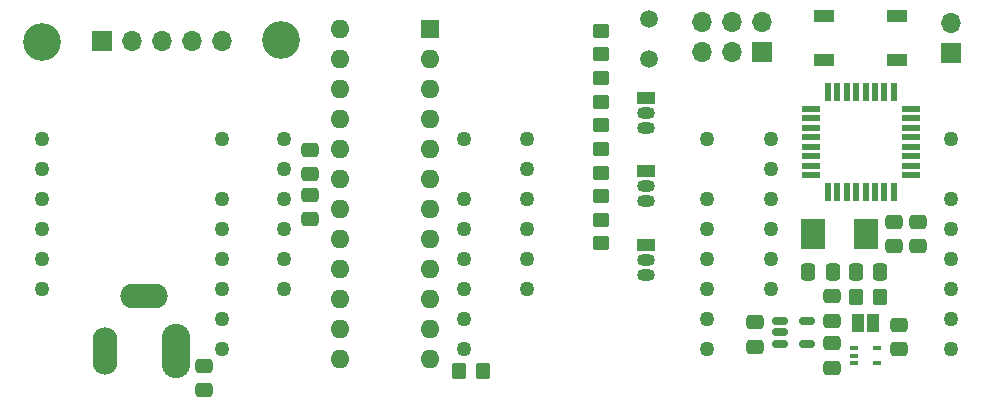
<source format=gbr>
%TF.GenerationSoftware,KiCad,Pcbnew,8.0.6*%
%TF.CreationDate,2025-03-23T20:06:33-04:00*%
%TF.ProjectId,co2_7seg,636f325f-3773-4656-972e-6b696361645f,rev?*%
%TF.SameCoordinates,Original*%
%TF.FileFunction,Soldermask,Bot*%
%TF.FilePolarity,Negative*%
%FSLAX46Y46*%
G04 Gerber Fmt 4.6, Leading zero omitted, Abs format (unit mm)*
G04 Created by KiCad (PCBNEW 8.0.6) date 2025-03-23 20:06:33*
%MOMM*%
%LPD*%
G01*
G04 APERTURE LIST*
G04 Aperture macros list*
%AMRoundRect*
0 Rectangle with rounded corners*
0 $1 Rounding radius*
0 $2 $3 $4 $5 $6 $7 $8 $9 X,Y pos of 4 corners*
0 Add a 4 corners polygon primitive as box body*
4,1,4,$2,$3,$4,$5,$6,$7,$8,$9,$2,$3,0*
0 Add four circle primitives for the rounded corners*
1,1,$1+$1,$2,$3*
1,1,$1+$1,$4,$5*
1,1,$1+$1,$6,$7*
1,1,$1+$1,$8,$9*
0 Add four rect primitives between the rounded corners*
20,1,$1+$1,$2,$3,$4,$5,0*
20,1,$1+$1,$4,$5,$6,$7,0*
20,1,$1+$1,$6,$7,$8,$9,0*
20,1,$1+$1,$8,$9,$2,$3,0*%
G04 Aperture macros list end*
%ADD10C,1.500000*%
%ADD11R,1.800000X1.100000*%
%ADD12C,1.270000*%
%ADD13O,1.700000X1.700000*%
%ADD14R,1.700000X1.700000*%
%ADD15C,3.200000*%
%ADD16O,1.600000X1.600000*%
%ADD17R,1.600000X1.600000*%
%ADD18RoundRect,0.102000X-0.950000X-1.200000X0.950000X-1.200000X0.950000X1.200000X-0.950000X1.200000X0*%
%ADD19RoundRect,0.100000X-0.225000X-0.100000X0.225000X-0.100000X0.225000X0.100000X-0.225000X0.100000X0*%
%ADD20RoundRect,0.150000X-0.512500X-0.150000X0.512500X-0.150000X0.512500X0.150000X-0.512500X0.150000X0*%
%ADD21R,1.600000X0.550000*%
%ADD22R,0.550000X1.600000*%
%ADD23RoundRect,0.250000X-0.350000X-0.450000X0.350000X-0.450000X0.350000X0.450000X-0.350000X0.450000X0*%
%ADD24RoundRect,0.250000X-0.450000X0.350000X-0.450000X-0.350000X0.450000X-0.350000X0.450000X0.350000X0*%
%ADD25RoundRect,0.250000X0.450000X-0.350000X0.450000X0.350000X-0.450000X0.350000X-0.450000X-0.350000X0*%
%ADD26RoundRect,0.250000X0.350000X0.450000X-0.350000X0.450000X-0.350000X-0.450000X0.350000X-0.450000X0*%
%ADD27O,1.500000X1.050000*%
%ADD28R,1.500000X1.050000*%
%ADD29R,1.000000X1.500000*%
%ADD30O,4.004000X2.104000*%
%ADD31O,2.104000X4.004000*%
%ADD32O,2.404000X4.604000*%
%ADD33RoundRect,0.250000X0.475000X-0.337500X0.475000X0.337500X-0.475000X0.337500X-0.475000X-0.337500X0*%
%ADD34RoundRect,0.250000X-0.475000X0.337500X-0.475000X-0.337500X0.475000X-0.337500X0.475000X0.337500X0*%
%ADD35RoundRect,0.250000X0.337500X0.475000X-0.337500X0.475000X-0.337500X-0.475000X0.337500X-0.475000X0*%
%ADD36RoundRect,0.250000X-0.337500X-0.475000X0.337500X-0.475000X0.337500X0.475000X-0.337500X0.475000X0*%
G04 APERTURE END LIST*
D10*
%TO.C,R7*%
X102700000Y-31000000D03*
X102700000Y-27600000D03*
%TD*%
D11*
%TO.C,SW1*%
X123700000Y-31050000D03*
X117500000Y-27350000D03*
X123700000Y-27350000D03*
X117500000Y-31050000D03*
%TD*%
D12*
%TO.C,LED4*%
X113010000Y-37720000D03*
X113010000Y-40260000D03*
X113010000Y-42800000D03*
X113010000Y-45340000D03*
X113010000Y-47880000D03*
X113010000Y-50420000D03*
X128250000Y-55500000D03*
X128250000Y-52960000D03*
X128250000Y-50420000D03*
X128250000Y-47880000D03*
X128250000Y-45340000D03*
X128250000Y-42800000D03*
X128250000Y-37720000D03*
%TD*%
%TO.C,LED3*%
X92360400Y-37720000D03*
X92360400Y-40260000D03*
X92360400Y-42800000D03*
X92360400Y-45340000D03*
X92360400Y-47880000D03*
X92360400Y-50420000D03*
X107600400Y-55500000D03*
X107600400Y-52960000D03*
X107600400Y-50420000D03*
X107600400Y-47880000D03*
X107600400Y-45340000D03*
X107600400Y-42800000D03*
X107600400Y-37720000D03*
%TD*%
%TO.C,LED2*%
X71770000Y-37720000D03*
X71770000Y-40260000D03*
X71770000Y-42800000D03*
X71770000Y-45340000D03*
X71770000Y-47880000D03*
X71770000Y-50420000D03*
X87010000Y-55500000D03*
X87010000Y-52960000D03*
X87010000Y-50420000D03*
X87010000Y-47880000D03*
X87010000Y-45340000D03*
X87010000Y-42800000D03*
X87010000Y-37720000D03*
%TD*%
%TO.C,LED1*%
X51260000Y-37720000D03*
X51260000Y-40260000D03*
X51260000Y-42800000D03*
X51260000Y-45340000D03*
X51260000Y-47880000D03*
X51260000Y-50420000D03*
X66500000Y-55500000D03*
X66500000Y-52960000D03*
X66500000Y-50420000D03*
X66500000Y-47880000D03*
X66500000Y-45340000D03*
X66500000Y-42800000D03*
X66500000Y-37720000D03*
%TD*%
D13*
%TO.C,U2*%
X66480000Y-29480000D03*
X63940000Y-29480000D03*
X61400000Y-29480000D03*
X58860000Y-29480000D03*
D14*
X56320000Y-29480000D03*
D15*
X51300000Y-29525000D03*
X71475000Y-29375000D03*
%TD*%
D16*
%TO.C,U3*%
X76530000Y-28400000D03*
X76530000Y-30940000D03*
X76530000Y-33480000D03*
X76530000Y-36020000D03*
X76530000Y-38560000D03*
X76530000Y-41100000D03*
X76530000Y-43640000D03*
X76530000Y-46180000D03*
X76530000Y-48720000D03*
X76530000Y-51260000D03*
X76530000Y-53800000D03*
X76530000Y-56340000D03*
X84150000Y-56340000D03*
X84150000Y-53800000D03*
X84150000Y-51260000D03*
X84150000Y-48720000D03*
X84150000Y-46180000D03*
X84150000Y-43640000D03*
X84150000Y-41100000D03*
X84150000Y-38560000D03*
X84150000Y-36020000D03*
X84150000Y-33480000D03*
X84150000Y-30940000D03*
D17*
X84150000Y-28400000D03*
%TD*%
D18*
%TO.C,Y1*%
X121050000Y-45800000D03*
X116550000Y-45800000D03*
%TD*%
D19*
%TO.C,U5*%
X120050000Y-56750000D03*
X120050000Y-56100000D03*
X120050000Y-55450000D03*
X121950000Y-55450000D03*
X121950000Y-56750000D03*
%TD*%
D20*
%TO.C,U4*%
X113792500Y-55080000D03*
X113792500Y-54130000D03*
X113792500Y-53180000D03*
X116067500Y-53180000D03*
X116067500Y-55080000D03*
%TD*%
D21*
%TO.C,U1*%
X124850000Y-40800000D03*
X124850000Y-40000000D03*
X124850000Y-39200000D03*
X124850000Y-38400000D03*
X124850000Y-37600000D03*
X124850000Y-36800000D03*
X124850000Y-36000000D03*
X124850000Y-35200000D03*
D22*
X123400000Y-33750000D03*
X122600000Y-33750000D03*
X121800000Y-33750000D03*
X121000000Y-33750000D03*
X120200000Y-33750000D03*
X119400000Y-33750000D03*
X118600000Y-33750000D03*
X117800000Y-33750000D03*
D21*
X116350000Y-35200000D03*
X116350000Y-36000000D03*
X116350000Y-36800000D03*
X116350000Y-37600000D03*
X116350000Y-38400000D03*
X116350000Y-39200000D03*
X116350000Y-40000000D03*
X116350000Y-40800000D03*
D22*
X117800000Y-42250000D03*
X118600000Y-42250000D03*
X119400000Y-42250000D03*
X120200000Y-42250000D03*
X121000000Y-42250000D03*
X121800000Y-42250000D03*
X122600000Y-42250000D03*
X123400000Y-42250000D03*
%TD*%
D23*
%TO.C,R12*%
X120200000Y-51100000D03*
X122200000Y-51100000D03*
%TD*%
D24*
%TO.C,R11*%
X98600000Y-30600000D03*
X98600000Y-28600000D03*
%TD*%
D25*
%TO.C,R10*%
X98600000Y-46600000D03*
X98600000Y-44600000D03*
%TD*%
D24*
%TO.C,R9*%
X98600000Y-34600000D03*
X98600000Y-32600000D03*
%TD*%
D26*
%TO.C,R8*%
X86600000Y-57400000D03*
X88600000Y-57400000D03*
%TD*%
D24*
%TO.C,R6*%
X98600000Y-40600000D03*
X98600000Y-42600000D03*
%TD*%
D25*
%TO.C,R5*%
X98600000Y-36600000D03*
X98600000Y-38600000D03*
%TD*%
D27*
%TO.C,Q3*%
X102450000Y-36800000D03*
X102450000Y-35530000D03*
D28*
X102450000Y-34260000D03*
%TD*%
D27*
%TO.C,Q2*%
X102450000Y-49300000D03*
X102450000Y-48030000D03*
D28*
X102450000Y-46760000D03*
%TD*%
%TO.C,Q1*%
X102450000Y-40490000D03*
D27*
X102450000Y-41760000D03*
X102450000Y-43030000D03*
%TD*%
D29*
%TO.C,JP1*%
X120350000Y-53300000D03*
X121650000Y-53300000D03*
%TD*%
D30*
%TO.C,J3*%
X59882500Y-51030000D03*
D31*
X56632500Y-55720000D03*
D32*
X62587500Y-55720000D03*
%TD*%
D14*
%TO.C,J2*%
X112225000Y-30375000D03*
D13*
X112225000Y-27835000D03*
X109685000Y-30375000D03*
X109685000Y-27835000D03*
X107145000Y-30375000D03*
X107145000Y-27835000D03*
%TD*%
%TO.C,J1*%
X128200000Y-27935000D03*
D14*
X128200000Y-30475000D03*
%TD*%
D33*
%TO.C,C15*%
X123800000Y-55537500D03*
X123800000Y-53462500D03*
%TD*%
%TO.C,C14*%
X118200000Y-57137500D03*
X118200000Y-55062500D03*
%TD*%
%TO.C,C13*%
X118200000Y-53137500D03*
X118200000Y-51062500D03*
%TD*%
D34*
%TO.C,C12*%
X111600000Y-55337500D03*
X111600000Y-53262500D03*
%TD*%
D33*
%TO.C,C11*%
X65000000Y-56962500D03*
X65000000Y-59037500D03*
%TD*%
%TO.C,C10*%
X74000000Y-40737500D03*
X74000000Y-38662500D03*
%TD*%
D34*
%TO.C,C9*%
X74000000Y-42487500D03*
X74000000Y-44562500D03*
%TD*%
%TO.C,C8*%
X123400000Y-46837500D03*
X123400000Y-44762500D03*
%TD*%
%TO.C,C4*%
X125400000Y-46837500D03*
X125400000Y-44762500D03*
%TD*%
D35*
%TO.C,C2*%
X122237500Y-49000000D03*
X120162500Y-49000000D03*
%TD*%
D36*
%TO.C,C1*%
X116162500Y-49000000D03*
X118237500Y-49000000D03*
%TD*%
M02*

</source>
